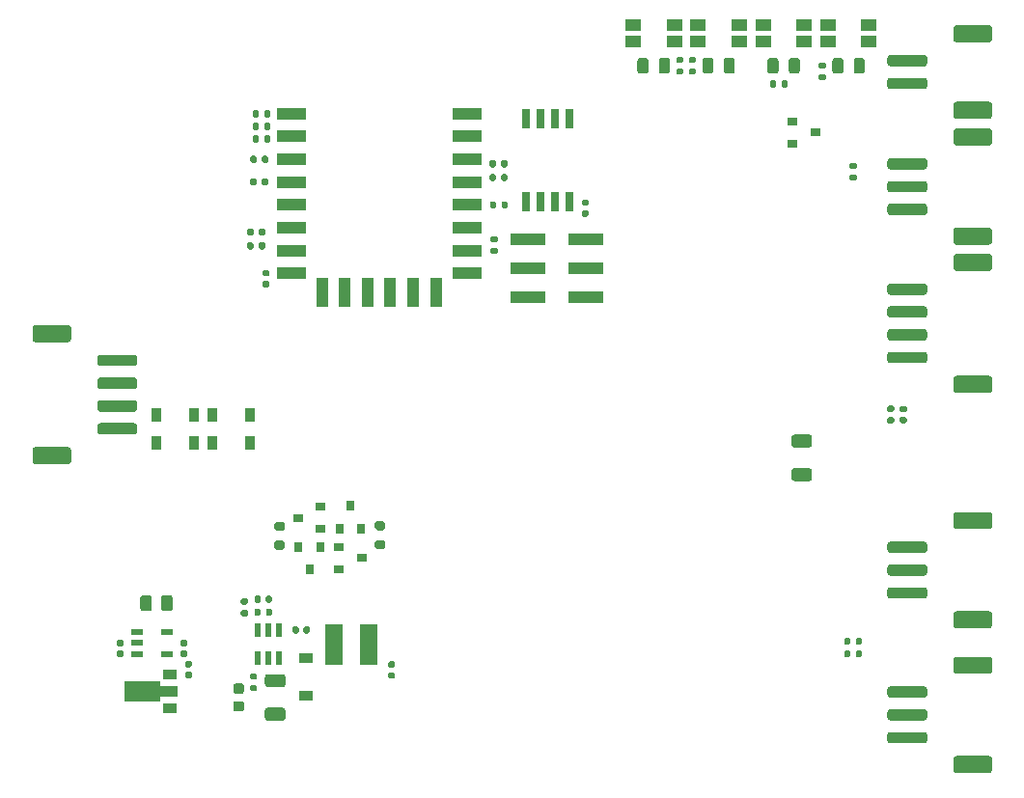
<source format=gbr>
%TF.GenerationSoftware,KiCad,Pcbnew,(5.1.9)-1*%
%TF.CreationDate,2021-05-06T00:14:11+03:00*%
%TF.ProjectId,hardware,68617264-7761-4726-952e-6b696361645f,rev?*%
%TF.SameCoordinates,Original*%
%TF.FileFunction,Paste,Top*%
%TF.FilePolarity,Positive*%
%FSLAX46Y46*%
G04 Gerber Fmt 4.6, Leading zero omitted, Abs format (unit mm)*
G04 Created by KiCad (PCBNEW (5.1.9)-1) date 2021-05-06 00:14:11*
%MOMM*%
%LPD*%
G01*
G04 APERTURE LIST*
%ADD10R,2.500000X1.100000*%
%ADD11R,1.100000X2.500000*%
%ADD12R,0.900000X0.800000*%
%ADD13R,1.400000X1.050000*%
%ADD14C,0.100000*%
%ADD15R,1.300000X0.900000*%
%ADD16R,0.650000X1.700000*%
%ADD17R,0.800000X0.900000*%
%ADD18R,1.500000X3.600000*%
%ADD19R,3.150000X1.000000*%
%ADD20R,1.050000X0.550000*%
%ADD21R,0.600000X1.200000*%
%ADD22R,0.900000X1.200000*%
%ADD23R,1.200000X0.900000*%
G04 APERTURE END LIST*
%TO.C,R16*%
G36*
G01*
X203887500Y-115099999D02*
X203887500Y-116000001D01*
G75*
G02*
X203637501Y-116250000I-249999J0D01*
G01*
X203112499Y-116250000D01*
G75*
G02*
X202862500Y-116000001I0J249999D01*
G01*
X202862500Y-115099999D01*
G75*
G02*
X203112499Y-114850000I249999J0D01*
G01*
X203637501Y-114850000D01*
G75*
G02*
X203887500Y-115099999I0J-249999D01*
G01*
G37*
G36*
G01*
X205712500Y-115099999D02*
X205712500Y-116000001D01*
G75*
G02*
X205462501Y-116250000I-249999J0D01*
G01*
X204937499Y-116250000D01*
G75*
G02*
X204687500Y-116000001I0J249999D01*
G01*
X204687500Y-115099999D01*
G75*
G02*
X204937499Y-114850000I249999J0D01*
G01*
X205462501Y-114850000D01*
G75*
G02*
X205712500Y-115099999I0J-249999D01*
G01*
G37*
%TD*%
D10*
%TO.C,U2*%
X216110000Y-72600000D03*
X216110000Y-74600000D03*
X216110000Y-76600000D03*
X216110000Y-78600000D03*
X216110000Y-80600000D03*
X216110000Y-82600000D03*
X216110000Y-84600000D03*
X216110000Y-86600000D03*
X231510000Y-86600000D03*
X231510000Y-84600000D03*
X231510000Y-82600000D03*
X231510000Y-80600000D03*
X231510000Y-78600000D03*
X231510000Y-76600000D03*
X231510000Y-74600000D03*
X231510000Y-72600000D03*
D11*
X218800000Y-88300000D03*
X220800000Y-88300000D03*
X222800000Y-88300000D03*
X224800000Y-88300000D03*
X226800000Y-88300000D03*
X228800000Y-88300000D03*
%TD*%
D12*
%TO.C,Q1*%
X262100000Y-74250000D03*
X260100000Y-75200000D03*
X260100000Y-73300000D03*
%TD*%
%TO.C,R25*%
G36*
G01*
X213540000Y-76785000D02*
X213540000Y-76415000D01*
G75*
G02*
X213675000Y-76280000I135000J0D01*
G01*
X213945000Y-76280000D01*
G75*
G02*
X214080000Y-76415000I0J-135000D01*
G01*
X214080000Y-76785000D01*
G75*
G02*
X213945000Y-76920000I-135000J0D01*
G01*
X213675000Y-76920000D01*
G75*
G02*
X213540000Y-76785000I0J135000D01*
G01*
G37*
G36*
G01*
X212520000Y-76785000D02*
X212520000Y-76415000D01*
G75*
G02*
X212655000Y-76280000I135000J0D01*
G01*
X212925000Y-76280000D01*
G75*
G02*
X213060000Y-76415000I0J-135000D01*
G01*
X213060000Y-76785000D01*
G75*
G02*
X212925000Y-76920000I-135000J0D01*
G01*
X212655000Y-76920000D01*
G75*
G02*
X212520000Y-76785000I0J135000D01*
G01*
G37*
%TD*%
%TO.C,R24*%
G36*
G01*
X213540000Y-78785000D02*
X213540000Y-78415000D01*
G75*
G02*
X213675000Y-78280000I135000J0D01*
G01*
X213945000Y-78280000D01*
G75*
G02*
X214080000Y-78415000I0J-135000D01*
G01*
X214080000Y-78785000D01*
G75*
G02*
X213945000Y-78920000I-135000J0D01*
G01*
X213675000Y-78920000D01*
G75*
G02*
X213540000Y-78785000I0J135000D01*
G01*
G37*
G36*
G01*
X212520000Y-78785000D02*
X212520000Y-78415000D01*
G75*
G02*
X212655000Y-78280000I135000J0D01*
G01*
X212925000Y-78280000D01*
G75*
G02*
X213060000Y-78415000I0J-135000D01*
G01*
X213060000Y-78785000D01*
G75*
G02*
X212925000Y-78920000I-135000J0D01*
G01*
X212655000Y-78920000D01*
G75*
G02*
X212520000Y-78785000I0J135000D01*
G01*
G37*
%TD*%
%TO.C,R23*%
G36*
G01*
X265150000Y-119815000D02*
X265150000Y-120185000D01*
G75*
G02*
X265015000Y-120320000I-135000J0D01*
G01*
X264745000Y-120320000D01*
G75*
G02*
X264610000Y-120185000I0J135000D01*
G01*
X264610000Y-119815000D01*
G75*
G02*
X264745000Y-119680000I135000J0D01*
G01*
X265015000Y-119680000D01*
G75*
G02*
X265150000Y-119815000I0J-135000D01*
G01*
G37*
G36*
G01*
X266170000Y-119815000D02*
X266170000Y-120185000D01*
G75*
G02*
X266035000Y-120320000I-135000J0D01*
G01*
X265765000Y-120320000D01*
G75*
G02*
X265630000Y-120185000I0J135000D01*
G01*
X265630000Y-119815000D01*
G75*
G02*
X265765000Y-119680000I135000J0D01*
G01*
X266035000Y-119680000D01*
G75*
G02*
X266170000Y-119815000I0J-135000D01*
G01*
G37*
%TD*%
%TO.C,R22*%
G36*
G01*
X265150000Y-118715000D02*
X265150000Y-119085000D01*
G75*
G02*
X265015000Y-119220000I-135000J0D01*
G01*
X264745000Y-119220000D01*
G75*
G02*
X264610000Y-119085000I0J135000D01*
G01*
X264610000Y-118715000D01*
G75*
G02*
X264745000Y-118580000I135000J0D01*
G01*
X265015000Y-118580000D01*
G75*
G02*
X265150000Y-118715000I0J-135000D01*
G01*
G37*
G36*
G01*
X266170000Y-118715000D02*
X266170000Y-119085000D01*
G75*
G02*
X266035000Y-119220000I-135000J0D01*
G01*
X265765000Y-119220000D01*
G75*
G02*
X265630000Y-119085000I0J135000D01*
G01*
X265630000Y-118715000D01*
G75*
G02*
X265765000Y-118580000I135000J0D01*
G01*
X266035000Y-118580000D01*
G75*
G02*
X266170000Y-118715000I0J-135000D01*
G01*
G37*
%TD*%
%TO.C,C13*%
G36*
G01*
X269970000Y-98800000D02*
X269630000Y-98800000D01*
G75*
G02*
X269490000Y-98660000I0J140000D01*
G01*
X269490000Y-98380000D01*
G75*
G02*
X269630000Y-98240000I140000J0D01*
G01*
X269970000Y-98240000D01*
G75*
G02*
X270110000Y-98380000I0J-140000D01*
G01*
X270110000Y-98660000D01*
G75*
G02*
X269970000Y-98800000I-140000J0D01*
G01*
G37*
G36*
G01*
X269970000Y-99760000D02*
X269630000Y-99760000D01*
G75*
G02*
X269490000Y-99620000I0J140000D01*
G01*
X269490000Y-99340000D01*
G75*
G02*
X269630000Y-99200000I140000J0D01*
G01*
X269970000Y-99200000D01*
G75*
G02*
X270110000Y-99340000I0J-140000D01*
G01*
X270110000Y-99620000D01*
G75*
G02*
X269970000Y-99760000I-140000J0D01*
G01*
G37*
%TD*%
%TO.C,R21*%
G36*
G01*
X213274670Y-83164416D02*
X213274670Y-82794416D01*
G75*
G02*
X213409670Y-82659416I135000J0D01*
G01*
X213679670Y-82659416D01*
G75*
G02*
X213814670Y-82794416I0J-135000D01*
G01*
X213814670Y-83164416D01*
G75*
G02*
X213679670Y-83299416I-135000J0D01*
G01*
X213409670Y-83299416D01*
G75*
G02*
X213274670Y-83164416I0J135000D01*
G01*
G37*
G36*
G01*
X212254670Y-83164416D02*
X212254670Y-82794416D01*
G75*
G02*
X212389670Y-82659416I135000J0D01*
G01*
X212659670Y-82659416D01*
G75*
G02*
X212794670Y-82794416I0J-135000D01*
G01*
X212794670Y-83164416D01*
G75*
G02*
X212659670Y-83299416I-135000J0D01*
G01*
X212389670Y-83299416D01*
G75*
G02*
X212254670Y-83164416I0J135000D01*
G01*
G37*
%TD*%
%TO.C,R14*%
G36*
G01*
X224175000Y-109150000D02*
X223625000Y-109150000D01*
G75*
G02*
X223425000Y-108950000I0J200000D01*
G01*
X223425000Y-108550000D01*
G75*
G02*
X223625000Y-108350000I200000J0D01*
G01*
X224175000Y-108350000D01*
G75*
G02*
X224375000Y-108550000I0J-200000D01*
G01*
X224375000Y-108950000D01*
G75*
G02*
X224175000Y-109150000I-200000J0D01*
G01*
G37*
G36*
G01*
X224175000Y-110800000D02*
X223625000Y-110800000D01*
G75*
G02*
X223425000Y-110600000I0J200000D01*
G01*
X223425000Y-110200000D01*
G75*
G02*
X223625000Y-110000000I200000J0D01*
G01*
X224175000Y-110000000D01*
G75*
G02*
X224375000Y-110200000I0J-200000D01*
G01*
X224375000Y-110600000D01*
G75*
G02*
X224175000Y-110800000I-200000J0D01*
G01*
G37*
%TD*%
%TO.C,R20*%
G36*
G01*
X250015000Y-68630000D02*
X250385000Y-68630000D01*
G75*
G02*
X250520000Y-68765000I0J-135000D01*
G01*
X250520000Y-69035000D01*
G75*
G02*
X250385000Y-69170000I-135000J0D01*
G01*
X250015000Y-69170000D01*
G75*
G02*
X249880000Y-69035000I0J135000D01*
G01*
X249880000Y-68765000D01*
G75*
G02*
X250015000Y-68630000I135000J0D01*
G01*
G37*
G36*
G01*
X250015000Y-67610000D02*
X250385000Y-67610000D01*
G75*
G02*
X250520000Y-67745000I0J-135000D01*
G01*
X250520000Y-68015000D01*
G75*
G02*
X250385000Y-68150000I-135000J0D01*
G01*
X250015000Y-68150000D01*
G75*
G02*
X249880000Y-68015000I0J135000D01*
G01*
X249880000Y-67745000D01*
G75*
G02*
X250015000Y-67610000I135000J0D01*
G01*
G37*
%TD*%
%TO.C,R19*%
G36*
G01*
X251115000Y-68630000D02*
X251485000Y-68630000D01*
G75*
G02*
X251620000Y-68765000I0J-135000D01*
G01*
X251620000Y-69035000D01*
G75*
G02*
X251485000Y-69170000I-135000J0D01*
G01*
X251115000Y-69170000D01*
G75*
G02*
X250980000Y-69035000I0J135000D01*
G01*
X250980000Y-68765000D01*
G75*
G02*
X251115000Y-68630000I135000J0D01*
G01*
G37*
G36*
G01*
X251115000Y-67610000D02*
X251485000Y-67610000D01*
G75*
G02*
X251620000Y-67745000I0J-135000D01*
G01*
X251620000Y-68015000D01*
G75*
G02*
X251485000Y-68150000I-135000J0D01*
G01*
X251115000Y-68150000D01*
G75*
G02*
X250980000Y-68015000I0J135000D01*
G01*
X250980000Y-67745000D01*
G75*
G02*
X251115000Y-67610000I135000J0D01*
G01*
G37*
%TD*%
%TO.C,D9*%
G36*
G01*
X248350000Y-68856250D02*
X248350000Y-67943750D01*
G75*
G02*
X248593750Y-67700000I243750J0D01*
G01*
X249081250Y-67700000D01*
G75*
G02*
X249325000Y-67943750I0J-243750D01*
G01*
X249325000Y-68856250D01*
G75*
G02*
X249081250Y-69100000I-243750J0D01*
G01*
X248593750Y-69100000D01*
G75*
G02*
X248350000Y-68856250I0J243750D01*
G01*
G37*
G36*
G01*
X246475000Y-68856250D02*
X246475000Y-67943750D01*
G75*
G02*
X246718750Y-67700000I243750J0D01*
G01*
X247206250Y-67700000D01*
G75*
G02*
X247450000Y-67943750I0J-243750D01*
G01*
X247450000Y-68856250D01*
G75*
G02*
X247206250Y-69100000I-243750J0D01*
G01*
X246718750Y-69100000D01*
G75*
G02*
X246475000Y-68856250I0J243750D01*
G01*
G37*
%TD*%
%TO.C,D8*%
G36*
G01*
X253150000Y-67943750D02*
X253150000Y-68856250D01*
G75*
G02*
X252906250Y-69100000I-243750J0D01*
G01*
X252418750Y-69100000D01*
G75*
G02*
X252175000Y-68856250I0J243750D01*
G01*
X252175000Y-67943750D01*
G75*
G02*
X252418750Y-67700000I243750J0D01*
G01*
X252906250Y-67700000D01*
G75*
G02*
X253150000Y-67943750I0J-243750D01*
G01*
G37*
G36*
G01*
X255025000Y-67943750D02*
X255025000Y-68856250D01*
G75*
G02*
X254781250Y-69100000I-243750J0D01*
G01*
X254293750Y-69100000D01*
G75*
G02*
X254050000Y-68856250I0J243750D01*
G01*
X254050000Y-67943750D01*
G75*
G02*
X254293750Y-67700000I243750J0D01*
G01*
X254781250Y-67700000D01*
G75*
G02*
X255025000Y-67943750I0J-243750D01*
G01*
G37*
%TD*%
D13*
%TO.C,RESET1*%
X266800000Y-64800000D03*
X263200000Y-64800000D03*
X266800000Y-66240000D03*
X263200000Y-66240000D03*
%TD*%
%TO.C,PB2*%
X255400000Y-64800000D03*
X251800000Y-64800000D03*
X255400000Y-66240000D03*
X251800000Y-66240000D03*
%TD*%
%TO.C,PB1*%
X249700000Y-64800000D03*
X246100000Y-64800000D03*
X249700000Y-66240000D03*
X246100000Y-66240000D03*
%TD*%
%TO.C,FLASH1*%
X261100000Y-64800000D03*
X257500000Y-64800000D03*
X261100000Y-66240000D03*
X257500000Y-66240000D03*
%TD*%
%TO.C,TEMP1*%
G36*
G01*
X271650000Y-81500000D02*
X268650000Y-81500000D01*
G75*
G02*
X268400000Y-81250000I0J250000D01*
G01*
X268400000Y-80750000D01*
G75*
G02*
X268650000Y-80500000I250000J0D01*
G01*
X271650000Y-80500000D01*
G75*
G02*
X271900000Y-80750000I0J-250000D01*
G01*
X271900000Y-81250000D01*
G75*
G02*
X271650000Y-81500000I-250000J0D01*
G01*
G37*
G36*
G01*
X271650000Y-79500000D02*
X268650000Y-79500000D01*
G75*
G02*
X268400000Y-79250000I0J250000D01*
G01*
X268400000Y-78750000D01*
G75*
G02*
X268650000Y-78500000I250000J0D01*
G01*
X271650000Y-78500000D01*
G75*
G02*
X271900000Y-78750000I0J-250000D01*
G01*
X271900000Y-79250000D01*
G75*
G02*
X271650000Y-79500000I-250000J0D01*
G01*
G37*
G36*
G01*
X271650000Y-77500000D02*
X268650000Y-77500000D01*
G75*
G02*
X268400000Y-77250000I0J250000D01*
G01*
X268400000Y-76750000D01*
G75*
G02*
X268650000Y-76500000I250000J0D01*
G01*
X271650000Y-76500000D01*
G75*
G02*
X271900000Y-76750000I0J-250000D01*
G01*
X271900000Y-77250000D01*
G75*
G02*
X271650000Y-77500000I-250000J0D01*
G01*
G37*
G36*
G01*
X277350000Y-84100000D02*
X274450000Y-84100000D01*
G75*
G02*
X274200000Y-83850000I0J250000D01*
G01*
X274200000Y-82850000D01*
G75*
G02*
X274450000Y-82600000I250000J0D01*
G01*
X277350000Y-82600000D01*
G75*
G02*
X277600000Y-82850000I0J-250000D01*
G01*
X277600000Y-83850000D01*
G75*
G02*
X277350000Y-84100000I-250000J0D01*
G01*
G37*
G36*
G01*
X277350000Y-75400000D02*
X274450000Y-75400000D01*
G75*
G02*
X274200000Y-75150000I0J250000D01*
G01*
X274200000Y-74150000D01*
G75*
G02*
X274450000Y-73900000I250000J0D01*
G01*
X277350000Y-73900000D01*
G75*
G02*
X277600000Y-74150000I0J-250000D01*
G01*
X277600000Y-75150000D01*
G75*
G02*
X277350000Y-75400000I-250000J0D01*
G01*
G37*
%TD*%
%TO.C,StepperMotor1*%
G36*
G01*
X277350000Y-86400000D02*
X274450000Y-86400000D01*
G75*
G02*
X274200000Y-86150000I0J250000D01*
G01*
X274200000Y-85150000D01*
G75*
G02*
X274450000Y-84900000I250000J0D01*
G01*
X277350000Y-84900000D01*
G75*
G02*
X277600000Y-85150000I0J-250000D01*
G01*
X277600000Y-86150000D01*
G75*
G02*
X277350000Y-86400000I-250000J0D01*
G01*
G37*
G36*
G01*
X277350000Y-97100000D02*
X274450000Y-97100000D01*
G75*
G02*
X274200000Y-96850000I0J250000D01*
G01*
X274200000Y-95850000D01*
G75*
G02*
X274450000Y-95600000I250000J0D01*
G01*
X277350000Y-95600000D01*
G75*
G02*
X277600000Y-95850000I0J-250000D01*
G01*
X277600000Y-96850000D01*
G75*
G02*
X277350000Y-97100000I-250000J0D01*
G01*
G37*
G36*
G01*
X271650000Y-88500000D02*
X268650000Y-88500000D01*
G75*
G02*
X268400000Y-88250000I0J250000D01*
G01*
X268400000Y-87750000D01*
G75*
G02*
X268650000Y-87500000I250000J0D01*
G01*
X271650000Y-87500000D01*
G75*
G02*
X271900000Y-87750000I0J-250000D01*
G01*
X271900000Y-88250000D01*
G75*
G02*
X271650000Y-88500000I-250000J0D01*
G01*
G37*
G36*
G01*
X271650000Y-90500000D02*
X268650000Y-90500000D01*
G75*
G02*
X268400000Y-90250000I0J250000D01*
G01*
X268400000Y-89750000D01*
G75*
G02*
X268650000Y-89500000I250000J0D01*
G01*
X271650000Y-89500000D01*
G75*
G02*
X271900000Y-89750000I0J-250000D01*
G01*
X271900000Y-90250000D01*
G75*
G02*
X271650000Y-90500000I-250000J0D01*
G01*
G37*
G36*
G01*
X271650000Y-92500000D02*
X268650000Y-92500000D01*
G75*
G02*
X268400000Y-92250000I0J250000D01*
G01*
X268400000Y-91750000D01*
G75*
G02*
X268650000Y-91500000I250000J0D01*
G01*
X271650000Y-91500000D01*
G75*
G02*
X271900000Y-91750000I0J-250000D01*
G01*
X271900000Y-92250000D01*
G75*
G02*
X271650000Y-92500000I-250000J0D01*
G01*
G37*
G36*
G01*
X271650000Y-94500000D02*
X268650000Y-94500000D01*
G75*
G02*
X268400000Y-94250000I0J250000D01*
G01*
X268400000Y-93750000D01*
G75*
G02*
X268650000Y-93500000I250000J0D01*
G01*
X271650000Y-93500000D01*
G75*
G02*
X271900000Y-93750000I0J-250000D01*
G01*
X271900000Y-94250000D01*
G75*
G02*
X271650000Y-94500000I-250000J0D01*
G01*
G37*
%TD*%
%TO.C,PROG1*%
G36*
G01*
X193650000Y-101850000D02*
X196550000Y-101850000D01*
G75*
G02*
X196800000Y-102100000I0J-250000D01*
G01*
X196800000Y-103100000D01*
G75*
G02*
X196550000Y-103350000I-250000J0D01*
G01*
X193650000Y-103350000D01*
G75*
G02*
X193400000Y-103100000I0J250000D01*
G01*
X193400000Y-102100000D01*
G75*
G02*
X193650000Y-101850000I250000J0D01*
G01*
G37*
G36*
G01*
X193650000Y-91150000D02*
X196550000Y-91150000D01*
G75*
G02*
X196800000Y-91400000I0J-250000D01*
G01*
X196800000Y-92400000D01*
G75*
G02*
X196550000Y-92650000I-250000J0D01*
G01*
X193650000Y-92650000D01*
G75*
G02*
X193400000Y-92400000I0J250000D01*
G01*
X193400000Y-91400000D01*
G75*
G02*
X193650000Y-91150000I250000J0D01*
G01*
G37*
G36*
G01*
X199350000Y-99750000D02*
X202350000Y-99750000D01*
G75*
G02*
X202600000Y-100000000I0J-250000D01*
G01*
X202600000Y-100500000D01*
G75*
G02*
X202350000Y-100750000I-250000J0D01*
G01*
X199350000Y-100750000D01*
G75*
G02*
X199100000Y-100500000I0J250000D01*
G01*
X199100000Y-100000000D01*
G75*
G02*
X199350000Y-99750000I250000J0D01*
G01*
G37*
G36*
G01*
X199350000Y-97750000D02*
X202350000Y-97750000D01*
G75*
G02*
X202600000Y-98000000I0J-250000D01*
G01*
X202600000Y-98500000D01*
G75*
G02*
X202350000Y-98750000I-250000J0D01*
G01*
X199350000Y-98750000D01*
G75*
G02*
X199100000Y-98500000I0J250000D01*
G01*
X199100000Y-98000000D01*
G75*
G02*
X199350000Y-97750000I250000J0D01*
G01*
G37*
G36*
G01*
X199350000Y-95750000D02*
X202350000Y-95750000D01*
G75*
G02*
X202600000Y-96000000I0J-250000D01*
G01*
X202600000Y-96500000D01*
G75*
G02*
X202350000Y-96750000I-250000J0D01*
G01*
X199350000Y-96750000D01*
G75*
G02*
X199100000Y-96500000I0J250000D01*
G01*
X199100000Y-96000000D01*
G75*
G02*
X199350000Y-95750000I250000J0D01*
G01*
G37*
G36*
G01*
X199350000Y-93750000D02*
X202350000Y-93750000D01*
G75*
G02*
X202600000Y-94000000I0J-250000D01*
G01*
X202600000Y-94500000D01*
G75*
G02*
X202350000Y-94750000I-250000J0D01*
G01*
X199350000Y-94750000D01*
G75*
G02*
X199100000Y-94500000I0J250000D01*
G01*
X199100000Y-94000000D01*
G75*
G02*
X199350000Y-93750000I250000J0D01*
G01*
G37*
%TD*%
%TO.C,J5*%
G36*
G01*
X277350000Y-66350000D02*
X274450000Y-66350000D01*
G75*
G02*
X274200000Y-66100000I0J250000D01*
G01*
X274200000Y-65100000D01*
G75*
G02*
X274450000Y-64850000I250000J0D01*
G01*
X277350000Y-64850000D01*
G75*
G02*
X277600000Y-65100000I0J-250000D01*
G01*
X277600000Y-66100000D01*
G75*
G02*
X277350000Y-66350000I-250000J0D01*
G01*
G37*
G36*
G01*
X277350000Y-73050000D02*
X274450000Y-73050000D01*
G75*
G02*
X274200000Y-72800000I0J250000D01*
G01*
X274200000Y-71800000D01*
G75*
G02*
X274450000Y-71550000I250000J0D01*
G01*
X277350000Y-71550000D01*
G75*
G02*
X277600000Y-71800000I0J-250000D01*
G01*
X277600000Y-72800000D01*
G75*
G02*
X277350000Y-73050000I-250000J0D01*
G01*
G37*
G36*
G01*
X271650000Y-68450000D02*
X268650000Y-68450000D01*
G75*
G02*
X268400000Y-68200000I0J250000D01*
G01*
X268400000Y-67700000D01*
G75*
G02*
X268650000Y-67450000I250000J0D01*
G01*
X271650000Y-67450000D01*
G75*
G02*
X271900000Y-67700000I0J-250000D01*
G01*
X271900000Y-68200000D01*
G75*
G02*
X271650000Y-68450000I-250000J0D01*
G01*
G37*
G36*
G01*
X271650000Y-70450000D02*
X268650000Y-70450000D01*
G75*
G02*
X268400000Y-70200000I0J250000D01*
G01*
X268400000Y-69700000D01*
G75*
G02*
X268650000Y-69450000I250000J0D01*
G01*
X271650000Y-69450000D01*
G75*
G02*
X271900000Y-69700000I0J-250000D01*
G01*
X271900000Y-70200000D01*
G75*
G02*
X271650000Y-70450000I-250000J0D01*
G01*
G37*
%TD*%
%TO.C,Analog3*%
G36*
G01*
X277350000Y-121750000D02*
X274450000Y-121750000D01*
G75*
G02*
X274200000Y-121500000I0J250000D01*
G01*
X274200000Y-120500000D01*
G75*
G02*
X274450000Y-120250000I250000J0D01*
G01*
X277350000Y-120250000D01*
G75*
G02*
X277600000Y-120500000I0J-250000D01*
G01*
X277600000Y-121500000D01*
G75*
G02*
X277350000Y-121750000I-250000J0D01*
G01*
G37*
G36*
G01*
X277350000Y-130450000D02*
X274450000Y-130450000D01*
G75*
G02*
X274200000Y-130200000I0J250000D01*
G01*
X274200000Y-129200000D01*
G75*
G02*
X274450000Y-128950000I250000J0D01*
G01*
X277350000Y-128950000D01*
G75*
G02*
X277600000Y-129200000I0J-250000D01*
G01*
X277600000Y-130200000D01*
G75*
G02*
X277350000Y-130450000I-250000J0D01*
G01*
G37*
G36*
G01*
X271650000Y-123850000D02*
X268650000Y-123850000D01*
G75*
G02*
X268400000Y-123600000I0J250000D01*
G01*
X268400000Y-123100000D01*
G75*
G02*
X268650000Y-122850000I250000J0D01*
G01*
X271650000Y-122850000D01*
G75*
G02*
X271900000Y-123100000I0J-250000D01*
G01*
X271900000Y-123600000D01*
G75*
G02*
X271650000Y-123850000I-250000J0D01*
G01*
G37*
G36*
G01*
X271650000Y-125850000D02*
X268650000Y-125850000D01*
G75*
G02*
X268400000Y-125600000I0J250000D01*
G01*
X268400000Y-125100000D01*
G75*
G02*
X268650000Y-124850000I250000J0D01*
G01*
X271650000Y-124850000D01*
G75*
G02*
X271900000Y-125100000I0J-250000D01*
G01*
X271900000Y-125600000D01*
G75*
G02*
X271650000Y-125850000I-250000J0D01*
G01*
G37*
G36*
G01*
X271650000Y-127850000D02*
X268650000Y-127850000D01*
G75*
G02*
X268400000Y-127600000I0J250000D01*
G01*
X268400000Y-127100000D01*
G75*
G02*
X268650000Y-126850000I250000J0D01*
G01*
X271650000Y-126850000D01*
G75*
G02*
X271900000Y-127100000I0J-250000D01*
G01*
X271900000Y-127600000D01*
G75*
G02*
X271650000Y-127850000I-250000J0D01*
G01*
G37*
%TD*%
%TO.C,Analog2*%
G36*
G01*
X277350000Y-109050000D02*
X274450000Y-109050000D01*
G75*
G02*
X274200000Y-108800000I0J250000D01*
G01*
X274200000Y-107800000D01*
G75*
G02*
X274450000Y-107550000I250000J0D01*
G01*
X277350000Y-107550000D01*
G75*
G02*
X277600000Y-107800000I0J-250000D01*
G01*
X277600000Y-108800000D01*
G75*
G02*
X277350000Y-109050000I-250000J0D01*
G01*
G37*
G36*
G01*
X277350000Y-117750000D02*
X274450000Y-117750000D01*
G75*
G02*
X274200000Y-117500000I0J250000D01*
G01*
X274200000Y-116500000D01*
G75*
G02*
X274450000Y-116250000I250000J0D01*
G01*
X277350000Y-116250000D01*
G75*
G02*
X277600000Y-116500000I0J-250000D01*
G01*
X277600000Y-117500000D01*
G75*
G02*
X277350000Y-117750000I-250000J0D01*
G01*
G37*
G36*
G01*
X271650000Y-111150000D02*
X268650000Y-111150000D01*
G75*
G02*
X268400000Y-110900000I0J250000D01*
G01*
X268400000Y-110400000D01*
G75*
G02*
X268650000Y-110150000I250000J0D01*
G01*
X271650000Y-110150000D01*
G75*
G02*
X271900000Y-110400000I0J-250000D01*
G01*
X271900000Y-110900000D01*
G75*
G02*
X271650000Y-111150000I-250000J0D01*
G01*
G37*
G36*
G01*
X271650000Y-113150000D02*
X268650000Y-113150000D01*
G75*
G02*
X268400000Y-112900000I0J250000D01*
G01*
X268400000Y-112400000D01*
G75*
G02*
X268650000Y-112150000I250000J0D01*
G01*
X271650000Y-112150000D01*
G75*
G02*
X271900000Y-112400000I0J-250000D01*
G01*
X271900000Y-112900000D01*
G75*
G02*
X271650000Y-113150000I-250000J0D01*
G01*
G37*
G36*
G01*
X271650000Y-115150000D02*
X268650000Y-115150000D01*
G75*
G02*
X268400000Y-114900000I0J250000D01*
G01*
X268400000Y-114400000D01*
G75*
G02*
X268650000Y-114150000I250000J0D01*
G01*
X271650000Y-114150000D01*
G75*
G02*
X271900000Y-114400000I0J-250000D01*
G01*
X271900000Y-114900000D01*
G75*
G02*
X271650000Y-115150000I-250000J0D01*
G01*
G37*
%TD*%
D14*
%TO.C,U3*%
G36*
X201500000Y-122433500D02*
G01*
X204625000Y-122433500D01*
X204625000Y-122850000D01*
X206100000Y-122850000D01*
X206100000Y-123750000D01*
X204625000Y-123750000D01*
X204625000Y-124166500D01*
X201500000Y-124166500D01*
X201500000Y-122433500D01*
G37*
D15*
X205450000Y-121800000D03*
X205450000Y-124800000D03*
%TD*%
D16*
%TO.C,U1*%
X240505000Y-80350000D03*
X239235000Y-80350000D03*
X237965000Y-80350000D03*
X236695000Y-80350000D03*
X236695000Y-73050000D03*
X237965000Y-73050000D03*
X239235000Y-73050000D03*
X240505000Y-73050000D03*
%TD*%
%TO.C,R18*%
G36*
G01*
X213274670Y-84385000D02*
X213274670Y-84015000D01*
G75*
G02*
X213409670Y-83880000I135000J0D01*
G01*
X213679670Y-83880000D01*
G75*
G02*
X213814670Y-84015000I0J-135000D01*
G01*
X213814670Y-84385000D01*
G75*
G02*
X213679670Y-84520000I-135000J0D01*
G01*
X213409670Y-84520000D01*
G75*
G02*
X213274670Y-84385000I0J135000D01*
G01*
G37*
G36*
G01*
X212254670Y-84385000D02*
X212254670Y-84015000D01*
G75*
G02*
X212389670Y-83880000I135000J0D01*
G01*
X212659670Y-83880000D01*
G75*
G02*
X212794670Y-84015000I0J-135000D01*
G01*
X212794670Y-84385000D01*
G75*
G02*
X212659670Y-84520000I-135000J0D01*
G01*
X212389670Y-84520000D01*
G75*
G02*
X212254670Y-84385000I0J135000D01*
G01*
G37*
%TD*%
%TO.C,R17*%
G36*
G01*
X215375000Y-109200000D02*
X214825000Y-109200000D01*
G75*
G02*
X214625000Y-109000000I0J200000D01*
G01*
X214625000Y-108600000D01*
G75*
G02*
X214825000Y-108400000I200000J0D01*
G01*
X215375000Y-108400000D01*
G75*
G02*
X215575000Y-108600000I0J-200000D01*
G01*
X215575000Y-109000000D01*
G75*
G02*
X215375000Y-109200000I-200000J0D01*
G01*
G37*
G36*
G01*
X215375000Y-110850000D02*
X214825000Y-110850000D01*
G75*
G02*
X214625000Y-110650000I0J200000D01*
G01*
X214625000Y-110250000D01*
G75*
G02*
X214825000Y-110050000I200000J0D01*
G01*
X215375000Y-110050000D01*
G75*
G02*
X215575000Y-110250000I0J-200000D01*
G01*
X215575000Y-110650000D01*
G75*
G02*
X215375000Y-110850000I-200000J0D01*
G01*
G37*
%TD*%
%TO.C,R15*%
G36*
G01*
X259130000Y-70185000D02*
X259130000Y-69815000D01*
G75*
G02*
X259265000Y-69680000I135000J0D01*
G01*
X259535000Y-69680000D01*
G75*
G02*
X259670000Y-69815000I0J-135000D01*
G01*
X259670000Y-70185000D01*
G75*
G02*
X259535000Y-70320000I-135000J0D01*
G01*
X259265000Y-70320000D01*
G75*
G02*
X259130000Y-70185000I0J135000D01*
G01*
G37*
G36*
G01*
X258110000Y-70185000D02*
X258110000Y-69815000D01*
G75*
G02*
X258245000Y-69680000I135000J0D01*
G01*
X258515000Y-69680000D01*
G75*
G02*
X258650000Y-69815000I0J-135000D01*
G01*
X258650000Y-70185000D01*
G75*
G02*
X258515000Y-70320000I-135000J0D01*
G01*
X258245000Y-70320000D01*
G75*
G02*
X258110000Y-70185000I0J135000D01*
G01*
G37*
%TD*%
%TO.C,R13*%
G36*
G01*
X262515000Y-69130000D02*
X262885000Y-69130000D01*
G75*
G02*
X263020000Y-69265000I0J-135000D01*
G01*
X263020000Y-69535000D01*
G75*
G02*
X262885000Y-69670000I-135000J0D01*
G01*
X262515000Y-69670000D01*
G75*
G02*
X262380000Y-69535000I0J135000D01*
G01*
X262380000Y-69265000D01*
G75*
G02*
X262515000Y-69130000I135000J0D01*
G01*
G37*
G36*
G01*
X262515000Y-68110000D02*
X262885000Y-68110000D01*
G75*
G02*
X263020000Y-68245000I0J-135000D01*
G01*
X263020000Y-68515000D01*
G75*
G02*
X262885000Y-68650000I-135000J0D01*
G01*
X262515000Y-68650000D01*
G75*
G02*
X262380000Y-68515000I0J135000D01*
G01*
X262380000Y-68245000D01*
G75*
G02*
X262515000Y-68110000I135000J0D01*
G01*
G37*
%TD*%
%TO.C,R12*%
G36*
G01*
X265585000Y-77470000D02*
X265215000Y-77470000D01*
G75*
G02*
X265080000Y-77335000I0J135000D01*
G01*
X265080000Y-77065000D01*
G75*
G02*
X265215000Y-76930000I135000J0D01*
G01*
X265585000Y-76930000D01*
G75*
G02*
X265720000Y-77065000I0J-135000D01*
G01*
X265720000Y-77335000D01*
G75*
G02*
X265585000Y-77470000I-135000J0D01*
G01*
G37*
G36*
G01*
X265585000Y-78490000D02*
X265215000Y-78490000D01*
G75*
G02*
X265080000Y-78355000I0J135000D01*
G01*
X265080000Y-78085000D01*
G75*
G02*
X265215000Y-77950000I135000J0D01*
G01*
X265585000Y-77950000D01*
G75*
G02*
X265720000Y-78085000I0J-135000D01*
G01*
X265720000Y-78355000D01*
G75*
G02*
X265585000Y-78490000I-135000J0D01*
G01*
G37*
%TD*%
%TO.C,R11*%
G36*
G01*
X213250000Y-74615000D02*
X213250000Y-74985000D01*
G75*
G02*
X213115000Y-75120000I-135000J0D01*
G01*
X212845000Y-75120000D01*
G75*
G02*
X212710000Y-74985000I0J135000D01*
G01*
X212710000Y-74615000D01*
G75*
G02*
X212845000Y-74480000I135000J0D01*
G01*
X213115000Y-74480000D01*
G75*
G02*
X213250000Y-74615000I0J-135000D01*
G01*
G37*
G36*
G01*
X214270000Y-74615000D02*
X214270000Y-74985000D01*
G75*
G02*
X214135000Y-75120000I-135000J0D01*
G01*
X213865000Y-75120000D01*
G75*
G02*
X213730000Y-74985000I0J135000D01*
G01*
X213730000Y-74615000D01*
G75*
G02*
X213865000Y-74480000I135000J0D01*
G01*
X214135000Y-74480000D01*
G75*
G02*
X214270000Y-74615000I0J-135000D01*
G01*
G37*
%TD*%
%TO.C,R10*%
G36*
G01*
X213270000Y-73515000D02*
X213270000Y-73885000D01*
G75*
G02*
X213135000Y-74020000I-135000J0D01*
G01*
X212865000Y-74020000D01*
G75*
G02*
X212730000Y-73885000I0J135000D01*
G01*
X212730000Y-73515000D01*
G75*
G02*
X212865000Y-73380000I135000J0D01*
G01*
X213135000Y-73380000D01*
G75*
G02*
X213270000Y-73515000I0J-135000D01*
G01*
G37*
G36*
G01*
X214290000Y-73515000D02*
X214290000Y-73885000D01*
G75*
G02*
X214155000Y-74020000I-135000J0D01*
G01*
X213885000Y-74020000D01*
G75*
G02*
X213750000Y-73885000I0J135000D01*
G01*
X213750000Y-73515000D01*
G75*
G02*
X213885000Y-73380000I135000J0D01*
G01*
X214155000Y-73380000D01*
G75*
G02*
X214290000Y-73515000I0J-135000D01*
G01*
G37*
%TD*%
%TO.C,R9*%
G36*
G01*
X268515000Y-99240000D02*
X268885000Y-99240000D01*
G75*
G02*
X269020000Y-99375000I0J-135000D01*
G01*
X269020000Y-99645000D01*
G75*
G02*
X268885000Y-99780000I-135000J0D01*
G01*
X268515000Y-99780000D01*
G75*
G02*
X268380000Y-99645000I0J135000D01*
G01*
X268380000Y-99375000D01*
G75*
G02*
X268515000Y-99240000I135000J0D01*
G01*
G37*
G36*
G01*
X268515000Y-98220000D02*
X268885000Y-98220000D01*
G75*
G02*
X269020000Y-98355000I0J-135000D01*
G01*
X269020000Y-98625000D01*
G75*
G02*
X268885000Y-98760000I-135000J0D01*
G01*
X268515000Y-98760000D01*
G75*
G02*
X268380000Y-98625000I0J135000D01*
G01*
X268380000Y-98355000D01*
G75*
G02*
X268515000Y-98220000I135000J0D01*
G01*
G37*
%TD*%
%TO.C,R8*%
G36*
G01*
X234050000Y-78015000D02*
X234050000Y-78385000D01*
G75*
G02*
X233915000Y-78520000I-135000J0D01*
G01*
X233645000Y-78520000D01*
G75*
G02*
X233510000Y-78385000I0J135000D01*
G01*
X233510000Y-78015000D01*
G75*
G02*
X233645000Y-77880000I135000J0D01*
G01*
X233915000Y-77880000D01*
G75*
G02*
X234050000Y-78015000I0J-135000D01*
G01*
G37*
G36*
G01*
X235070000Y-78015000D02*
X235070000Y-78385000D01*
G75*
G02*
X234935000Y-78520000I-135000J0D01*
G01*
X234665000Y-78520000D01*
G75*
G02*
X234530000Y-78385000I0J135000D01*
G01*
X234530000Y-78015000D01*
G75*
G02*
X234665000Y-77880000I135000J0D01*
G01*
X234935000Y-77880000D01*
G75*
G02*
X235070000Y-78015000I0J-135000D01*
G01*
G37*
%TD*%
%TO.C,R7*%
G36*
G01*
X233715000Y-84350000D02*
X234085000Y-84350000D01*
G75*
G02*
X234220000Y-84485000I0J-135000D01*
G01*
X234220000Y-84755000D01*
G75*
G02*
X234085000Y-84890000I-135000J0D01*
G01*
X233715000Y-84890000D01*
G75*
G02*
X233580000Y-84755000I0J135000D01*
G01*
X233580000Y-84485000D01*
G75*
G02*
X233715000Y-84350000I135000J0D01*
G01*
G37*
G36*
G01*
X233715000Y-83330000D02*
X234085000Y-83330000D01*
G75*
G02*
X234220000Y-83465000I0J-135000D01*
G01*
X234220000Y-83735000D01*
G75*
G02*
X234085000Y-83870000I-135000J0D01*
G01*
X233715000Y-83870000D01*
G75*
G02*
X233580000Y-83735000I0J135000D01*
G01*
X233580000Y-83465000D01*
G75*
G02*
X233715000Y-83330000I135000J0D01*
G01*
G37*
%TD*%
%TO.C,R6*%
G36*
G01*
X234050000Y-76815000D02*
X234050000Y-77185000D01*
G75*
G02*
X233915000Y-77320000I-135000J0D01*
G01*
X233645000Y-77320000D01*
G75*
G02*
X233510000Y-77185000I0J135000D01*
G01*
X233510000Y-76815000D01*
G75*
G02*
X233645000Y-76680000I135000J0D01*
G01*
X233915000Y-76680000D01*
G75*
G02*
X234050000Y-76815000I0J-135000D01*
G01*
G37*
G36*
G01*
X235070000Y-76815000D02*
X235070000Y-77185000D01*
G75*
G02*
X234935000Y-77320000I-135000J0D01*
G01*
X234665000Y-77320000D01*
G75*
G02*
X234530000Y-77185000I0J135000D01*
G01*
X234530000Y-76815000D01*
G75*
G02*
X234665000Y-76680000I135000J0D01*
G01*
X234935000Y-76680000D01*
G75*
G02*
X235070000Y-76815000I0J-135000D01*
G01*
G37*
%TD*%
%TO.C,R5*%
G36*
G01*
X234070000Y-80415000D02*
X234070000Y-80785000D01*
G75*
G02*
X233935000Y-80920000I-135000J0D01*
G01*
X233665000Y-80920000D01*
G75*
G02*
X233530000Y-80785000I0J135000D01*
G01*
X233530000Y-80415000D01*
G75*
G02*
X233665000Y-80280000I135000J0D01*
G01*
X233935000Y-80280000D01*
G75*
G02*
X234070000Y-80415000I0J-135000D01*
G01*
G37*
G36*
G01*
X235090000Y-80415000D02*
X235090000Y-80785000D01*
G75*
G02*
X234955000Y-80920000I-135000J0D01*
G01*
X234685000Y-80920000D01*
G75*
G02*
X234550000Y-80785000I0J135000D01*
G01*
X234550000Y-80415000D01*
G75*
G02*
X234685000Y-80280000I135000J0D01*
G01*
X234955000Y-80280000D01*
G75*
G02*
X235090000Y-80415000I0J-135000D01*
G01*
G37*
%TD*%
%TO.C,R4*%
G36*
G01*
X212615000Y-122740000D02*
X212985000Y-122740000D01*
G75*
G02*
X213120000Y-122875000I0J-135000D01*
G01*
X213120000Y-123145000D01*
G75*
G02*
X212985000Y-123280000I-135000J0D01*
G01*
X212615000Y-123280000D01*
G75*
G02*
X212480000Y-123145000I0J135000D01*
G01*
X212480000Y-122875000D01*
G75*
G02*
X212615000Y-122740000I135000J0D01*
G01*
G37*
G36*
G01*
X212615000Y-121720000D02*
X212985000Y-121720000D01*
G75*
G02*
X213120000Y-121855000I0J-135000D01*
G01*
X213120000Y-122125000D01*
G75*
G02*
X212985000Y-122260000I-135000J0D01*
G01*
X212615000Y-122260000D01*
G75*
G02*
X212480000Y-122125000I0J135000D01*
G01*
X212480000Y-121855000D01*
G75*
G02*
X212615000Y-121720000I135000J0D01*
G01*
G37*
%TD*%
%TO.C,R3*%
G36*
G01*
X213890000Y-116525000D02*
X213890000Y-116155000D01*
G75*
G02*
X214025000Y-116020000I135000J0D01*
G01*
X214295000Y-116020000D01*
G75*
G02*
X214430000Y-116155000I0J-135000D01*
G01*
X214430000Y-116525000D01*
G75*
G02*
X214295000Y-116660000I-135000J0D01*
G01*
X214025000Y-116660000D01*
G75*
G02*
X213890000Y-116525000I0J135000D01*
G01*
G37*
G36*
G01*
X212870000Y-116525000D02*
X212870000Y-116155000D01*
G75*
G02*
X213005000Y-116020000I135000J0D01*
G01*
X213275000Y-116020000D01*
G75*
G02*
X213410000Y-116155000I0J-135000D01*
G01*
X213410000Y-116525000D01*
G75*
G02*
X213275000Y-116660000I-135000J0D01*
G01*
X213005000Y-116660000D01*
G75*
G02*
X212870000Y-116525000I0J135000D01*
G01*
G37*
%TD*%
%TO.C,R2*%
G36*
G01*
X213730000Y-72785000D02*
X213730000Y-72415000D01*
G75*
G02*
X213865000Y-72280000I135000J0D01*
G01*
X214135000Y-72280000D01*
G75*
G02*
X214270000Y-72415000I0J-135000D01*
G01*
X214270000Y-72785000D01*
G75*
G02*
X214135000Y-72920000I-135000J0D01*
G01*
X213865000Y-72920000D01*
G75*
G02*
X213730000Y-72785000I0J135000D01*
G01*
G37*
G36*
G01*
X212710000Y-72785000D02*
X212710000Y-72415000D01*
G75*
G02*
X212845000Y-72280000I135000J0D01*
G01*
X213115000Y-72280000D01*
G75*
G02*
X213250000Y-72415000I0J-135000D01*
G01*
X213250000Y-72785000D01*
G75*
G02*
X213115000Y-72920000I-135000J0D01*
G01*
X212845000Y-72920000D01*
G75*
G02*
X212710000Y-72785000I0J135000D01*
G01*
G37*
%TD*%
%TO.C,R1*%
G36*
G01*
X212185000Y-115670000D02*
X211815000Y-115670000D01*
G75*
G02*
X211680000Y-115535000I0J135000D01*
G01*
X211680000Y-115265000D01*
G75*
G02*
X211815000Y-115130000I135000J0D01*
G01*
X212185000Y-115130000D01*
G75*
G02*
X212320000Y-115265000I0J-135000D01*
G01*
X212320000Y-115535000D01*
G75*
G02*
X212185000Y-115670000I-135000J0D01*
G01*
G37*
G36*
G01*
X212185000Y-116690000D02*
X211815000Y-116690000D01*
G75*
G02*
X211680000Y-116555000I0J135000D01*
G01*
X211680000Y-116285000D01*
G75*
G02*
X211815000Y-116150000I135000J0D01*
G01*
X212185000Y-116150000D01*
G75*
G02*
X212320000Y-116285000I0J-135000D01*
G01*
X212320000Y-116555000D01*
G75*
G02*
X212185000Y-116690000I-135000J0D01*
G01*
G37*
%TD*%
D12*
%TO.C,Q5*%
X216700000Y-108050000D03*
X218700000Y-107100000D03*
X218700000Y-109000000D03*
%TD*%
D17*
%TO.C,Q4*%
X217700000Y-112600000D03*
X216750000Y-110600000D03*
X218650000Y-110600000D03*
%TD*%
%TO.C,Q3*%
X221300000Y-107000000D03*
X222250000Y-109000000D03*
X220350000Y-109000000D03*
%TD*%
D12*
%TO.C,Q2*%
X222300000Y-111600000D03*
X220300000Y-112550000D03*
X220300000Y-110650000D03*
%TD*%
D18*
%TO.C,L1*%
X222900000Y-119200000D03*
X219850000Y-119200000D03*
%TD*%
D19*
%TO.C,J2*%
X236875000Y-83620000D03*
X241925000Y-83620000D03*
X236875000Y-86160000D03*
X241925000Y-86160000D03*
X236875000Y-88700000D03*
X241925000Y-88700000D03*
%TD*%
D20*
%TO.C,IC2*%
X205200000Y-118100000D03*
X205200000Y-120000000D03*
X202600000Y-120000000D03*
X202600000Y-119050000D03*
X202600000Y-118100000D03*
%TD*%
D21*
%TO.C,IC1*%
X215050000Y-120400000D03*
X214100000Y-120400000D03*
X213150000Y-120400000D03*
X213150000Y-117900000D03*
X214100000Y-117900000D03*
X215050000Y-117900000D03*
%TD*%
D22*
%TO.C,D7*%
X204310000Y-101500000D03*
X207610000Y-101500000D03*
%TD*%
%TO.C,D6*%
X209150000Y-101500000D03*
X212450000Y-101500000D03*
%TD*%
%TO.C,D5*%
X204310000Y-99050000D03*
X207610000Y-99050000D03*
%TD*%
%TO.C,D4*%
X209150000Y-99050000D03*
X212450000Y-99050000D03*
%TD*%
%TO.C,D3*%
G36*
G01*
X259750000Y-68856250D02*
X259750000Y-67943750D01*
G75*
G02*
X259993750Y-67700000I243750J0D01*
G01*
X260481250Y-67700000D01*
G75*
G02*
X260725000Y-67943750I0J-243750D01*
G01*
X260725000Y-68856250D01*
G75*
G02*
X260481250Y-69100000I-243750J0D01*
G01*
X259993750Y-69100000D01*
G75*
G02*
X259750000Y-68856250I0J243750D01*
G01*
G37*
G36*
G01*
X257875000Y-68856250D02*
X257875000Y-67943750D01*
G75*
G02*
X258118750Y-67700000I243750J0D01*
G01*
X258606250Y-67700000D01*
G75*
G02*
X258850000Y-67943750I0J-243750D01*
G01*
X258850000Y-68856250D01*
G75*
G02*
X258606250Y-69100000I-243750J0D01*
G01*
X258118750Y-69100000D01*
G75*
G02*
X257875000Y-68856250I0J243750D01*
G01*
G37*
%TD*%
%TO.C,D2*%
G36*
G01*
X264550000Y-67943750D02*
X264550000Y-68856250D01*
G75*
G02*
X264306250Y-69100000I-243750J0D01*
G01*
X263818750Y-69100000D01*
G75*
G02*
X263575000Y-68856250I0J243750D01*
G01*
X263575000Y-67943750D01*
G75*
G02*
X263818750Y-67700000I243750J0D01*
G01*
X264306250Y-67700000D01*
G75*
G02*
X264550000Y-67943750I0J-243750D01*
G01*
G37*
G36*
G01*
X266425000Y-67943750D02*
X266425000Y-68856250D01*
G75*
G02*
X266181250Y-69100000I-243750J0D01*
G01*
X265693750Y-69100000D01*
G75*
G02*
X265450000Y-68856250I0J243750D01*
G01*
X265450000Y-67943750D01*
G75*
G02*
X265693750Y-67700000I243750J0D01*
G01*
X266181250Y-67700000D01*
G75*
G02*
X266425000Y-67943750I0J-243750D01*
G01*
G37*
%TD*%
D23*
%TO.C,D1*%
X217400000Y-123700000D03*
X217400000Y-120400000D03*
%TD*%
%TO.C,C12*%
G36*
G01*
X211250000Y-124150000D02*
X211750000Y-124150000D01*
G75*
G02*
X211975000Y-124375000I0J-225000D01*
G01*
X211975000Y-124825000D01*
G75*
G02*
X211750000Y-125050000I-225000J0D01*
G01*
X211250000Y-125050000D01*
G75*
G02*
X211025000Y-124825000I0J225000D01*
G01*
X211025000Y-124375000D01*
G75*
G02*
X211250000Y-124150000I225000J0D01*
G01*
G37*
G36*
G01*
X211250000Y-122600000D02*
X211750000Y-122600000D01*
G75*
G02*
X211975000Y-122825000I0J-225000D01*
G01*
X211975000Y-123275000D01*
G75*
G02*
X211750000Y-123500000I-225000J0D01*
G01*
X211250000Y-123500000D01*
G75*
G02*
X211025000Y-123275000I0J225000D01*
G01*
X211025000Y-122825000D01*
G75*
G02*
X211250000Y-122600000I225000J0D01*
G01*
G37*
%TD*%
%TO.C,C11*%
G36*
G01*
X207270000Y-121180000D02*
X206930000Y-121180000D01*
G75*
G02*
X206790000Y-121040000I0J140000D01*
G01*
X206790000Y-120760000D01*
G75*
G02*
X206930000Y-120620000I140000J0D01*
G01*
X207270000Y-120620000D01*
G75*
G02*
X207410000Y-120760000I0J-140000D01*
G01*
X207410000Y-121040000D01*
G75*
G02*
X207270000Y-121180000I-140000J0D01*
G01*
G37*
G36*
G01*
X207270000Y-122140000D02*
X206930000Y-122140000D01*
G75*
G02*
X206790000Y-122000000I0J140000D01*
G01*
X206790000Y-121720000D01*
G75*
G02*
X206930000Y-121580000I140000J0D01*
G01*
X207270000Y-121580000D01*
G75*
G02*
X207410000Y-121720000I0J-140000D01*
G01*
X207410000Y-122000000D01*
G75*
G02*
X207270000Y-122140000I-140000J0D01*
G01*
G37*
%TD*%
%TO.C,C10*%
G36*
G01*
X206870000Y-119320000D02*
X206530000Y-119320000D01*
G75*
G02*
X206390000Y-119180000I0J140000D01*
G01*
X206390000Y-118900000D01*
G75*
G02*
X206530000Y-118760000I140000J0D01*
G01*
X206870000Y-118760000D01*
G75*
G02*
X207010000Y-118900000I0J-140000D01*
G01*
X207010000Y-119180000D01*
G75*
G02*
X206870000Y-119320000I-140000J0D01*
G01*
G37*
G36*
G01*
X206870000Y-120280000D02*
X206530000Y-120280000D01*
G75*
G02*
X206390000Y-120140000I0J140000D01*
G01*
X206390000Y-119860000D01*
G75*
G02*
X206530000Y-119720000I140000J0D01*
G01*
X206870000Y-119720000D01*
G75*
G02*
X207010000Y-119860000I0J-140000D01*
G01*
X207010000Y-120140000D01*
G75*
G02*
X206870000Y-120280000I-140000J0D01*
G01*
G37*
%TD*%
%TO.C,C9*%
G36*
G01*
X201270000Y-119320000D02*
X200930000Y-119320000D01*
G75*
G02*
X200790000Y-119180000I0J140000D01*
G01*
X200790000Y-118900000D01*
G75*
G02*
X200930000Y-118760000I140000J0D01*
G01*
X201270000Y-118760000D01*
G75*
G02*
X201410000Y-118900000I0J-140000D01*
G01*
X201410000Y-119180000D01*
G75*
G02*
X201270000Y-119320000I-140000J0D01*
G01*
G37*
G36*
G01*
X201270000Y-120280000D02*
X200930000Y-120280000D01*
G75*
G02*
X200790000Y-120140000I0J140000D01*
G01*
X200790000Y-119860000D01*
G75*
G02*
X200930000Y-119720000I140000J0D01*
G01*
X201270000Y-119720000D01*
G75*
G02*
X201410000Y-119860000I0J-140000D01*
G01*
X201410000Y-120140000D01*
G75*
G02*
X201270000Y-120280000I-140000J0D01*
G01*
G37*
%TD*%
%TO.C,C8*%
G36*
G01*
X260249999Y-103700000D02*
X261550001Y-103700000D01*
G75*
G02*
X261800000Y-103949999I0J-249999D01*
G01*
X261800000Y-104600001D01*
G75*
G02*
X261550001Y-104850000I-249999J0D01*
G01*
X260249999Y-104850000D01*
G75*
G02*
X260000000Y-104600001I0J249999D01*
G01*
X260000000Y-103949999D01*
G75*
G02*
X260249999Y-103700000I249999J0D01*
G01*
G37*
G36*
G01*
X260249999Y-100750000D02*
X261550001Y-100750000D01*
G75*
G02*
X261800000Y-100999999I0J-249999D01*
G01*
X261800000Y-101650001D01*
G75*
G02*
X261550001Y-101900000I-249999J0D01*
G01*
X260249999Y-101900000D01*
G75*
G02*
X260000000Y-101650001I0J249999D01*
G01*
X260000000Y-100999999D01*
G75*
G02*
X260249999Y-100750000I249999J0D01*
G01*
G37*
%TD*%
%TO.C,C6*%
G36*
G01*
X224730000Y-121620000D02*
X225070000Y-121620000D01*
G75*
G02*
X225210000Y-121760000I0J-140000D01*
G01*
X225210000Y-122040000D01*
G75*
G02*
X225070000Y-122180000I-140000J0D01*
G01*
X224730000Y-122180000D01*
G75*
G02*
X224590000Y-122040000I0J140000D01*
G01*
X224590000Y-121760000D01*
G75*
G02*
X224730000Y-121620000I140000J0D01*
G01*
G37*
G36*
G01*
X224730000Y-120660000D02*
X225070000Y-120660000D01*
G75*
G02*
X225210000Y-120800000I0J-140000D01*
G01*
X225210000Y-121080000D01*
G75*
G02*
X225070000Y-121220000I-140000J0D01*
G01*
X224730000Y-121220000D01*
G75*
G02*
X224590000Y-121080000I0J140000D01*
G01*
X224590000Y-120800000D01*
G75*
G02*
X224730000Y-120660000I140000J0D01*
G01*
G37*
%TD*%
%TO.C,C5*%
G36*
G01*
X241730000Y-81080000D02*
X242070000Y-81080000D01*
G75*
G02*
X242210000Y-81220000I0J-140000D01*
G01*
X242210000Y-81500000D01*
G75*
G02*
X242070000Y-81640000I-140000J0D01*
G01*
X241730000Y-81640000D01*
G75*
G02*
X241590000Y-81500000I0J140000D01*
G01*
X241590000Y-81220000D01*
G75*
G02*
X241730000Y-81080000I140000J0D01*
G01*
G37*
G36*
G01*
X241730000Y-80120000D02*
X242070000Y-80120000D01*
G75*
G02*
X242210000Y-80260000I0J-140000D01*
G01*
X242210000Y-80540000D01*
G75*
G02*
X242070000Y-80680000I-140000J0D01*
G01*
X241730000Y-80680000D01*
G75*
G02*
X241590000Y-80540000I0J140000D01*
G01*
X241590000Y-80260000D01*
G75*
G02*
X241730000Y-80120000I140000J0D01*
G01*
G37*
%TD*%
%TO.C,C4*%
G36*
G01*
X214049999Y-124725000D02*
X215350001Y-124725000D01*
G75*
G02*
X215600000Y-124974999I0J-249999D01*
G01*
X215600000Y-125625001D01*
G75*
G02*
X215350001Y-125875000I-249999J0D01*
G01*
X214049999Y-125875000D01*
G75*
G02*
X213800000Y-125625001I0J249999D01*
G01*
X213800000Y-124974999D01*
G75*
G02*
X214049999Y-124725000I249999J0D01*
G01*
G37*
G36*
G01*
X214049999Y-121775000D02*
X215350001Y-121775000D01*
G75*
G02*
X215600000Y-122024999I0J-249999D01*
G01*
X215600000Y-122675001D01*
G75*
G02*
X215350001Y-122925000I-249999J0D01*
G01*
X214049999Y-122925000D01*
G75*
G02*
X213800000Y-122675001I0J249999D01*
G01*
X213800000Y-122024999D01*
G75*
G02*
X214049999Y-121775000I249999J0D01*
G01*
G37*
%TD*%
%TO.C,C3*%
G36*
G01*
X217180000Y-118070000D02*
X217180000Y-117730000D01*
G75*
G02*
X217320000Y-117590000I140000J0D01*
G01*
X217600000Y-117590000D01*
G75*
G02*
X217740000Y-117730000I0J-140000D01*
G01*
X217740000Y-118070000D01*
G75*
G02*
X217600000Y-118210000I-140000J0D01*
G01*
X217320000Y-118210000D01*
G75*
G02*
X217180000Y-118070000I0J140000D01*
G01*
G37*
G36*
G01*
X216220000Y-118070000D02*
X216220000Y-117730000D01*
G75*
G02*
X216360000Y-117590000I140000J0D01*
G01*
X216640000Y-117590000D01*
G75*
G02*
X216780000Y-117730000I0J-140000D01*
G01*
X216780000Y-118070000D01*
G75*
G02*
X216640000Y-118210000I-140000J0D01*
G01*
X216360000Y-118210000D01*
G75*
G02*
X216220000Y-118070000I0J140000D01*
G01*
G37*
%TD*%
%TO.C,C2*%
G36*
G01*
X213850000Y-115370000D02*
X213850000Y-115030000D01*
G75*
G02*
X213990000Y-114890000I140000J0D01*
G01*
X214270000Y-114890000D01*
G75*
G02*
X214410000Y-115030000I0J-140000D01*
G01*
X214410000Y-115370000D01*
G75*
G02*
X214270000Y-115510000I-140000J0D01*
G01*
X213990000Y-115510000D01*
G75*
G02*
X213850000Y-115370000I0J140000D01*
G01*
G37*
G36*
G01*
X212890000Y-115370000D02*
X212890000Y-115030000D01*
G75*
G02*
X213030000Y-114890000I140000J0D01*
G01*
X213310000Y-114890000D01*
G75*
G02*
X213450000Y-115030000I0J-140000D01*
G01*
X213450000Y-115370000D01*
G75*
G02*
X213310000Y-115510000I-140000J0D01*
G01*
X213030000Y-115510000D01*
G75*
G02*
X212890000Y-115370000I0J140000D01*
G01*
G37*
%TD*%
%TO.C,C1*%
G36*
G01*
X213730000Y-87280000D02*
X214070000Y-87280000D01*
G75*
G02*
X214210000Y-87420000I0J-140000D01*
G01*
X214210000Y-87700000D01*
G75*
G02*
X214070000Y-87840000I-140000J0D01*
G01*
X213730000Y-87840000D01*
G75*
G02*
X213590000Y-87700000I0J140000D01*
G01*
X213590000Y-87420000D01*
G75*
G02*
X213730000Y-87280000I140000J0D01*
G01*
G37*
G36*
G01*
X213730000Y-86320000D02*
X214070000Y-86320000D01*
G75*
G02*
X214210000Y-86460000I0J-140000D01*
G01*
X214210000Y-86740000D01*
G75*
G02*
X214070000Y-86880000I-140000J0D01*
G01*
X213730000Y-86880000D01*
G75*
G02*
X213590000Y-86740000I0J140000D01*
G01*
X213590000Y-86460000D01*
G75*
G02*
X213730000Y-86320000I140000J0D01*
G01*
G37*
%TD*%
M02*

</source>
